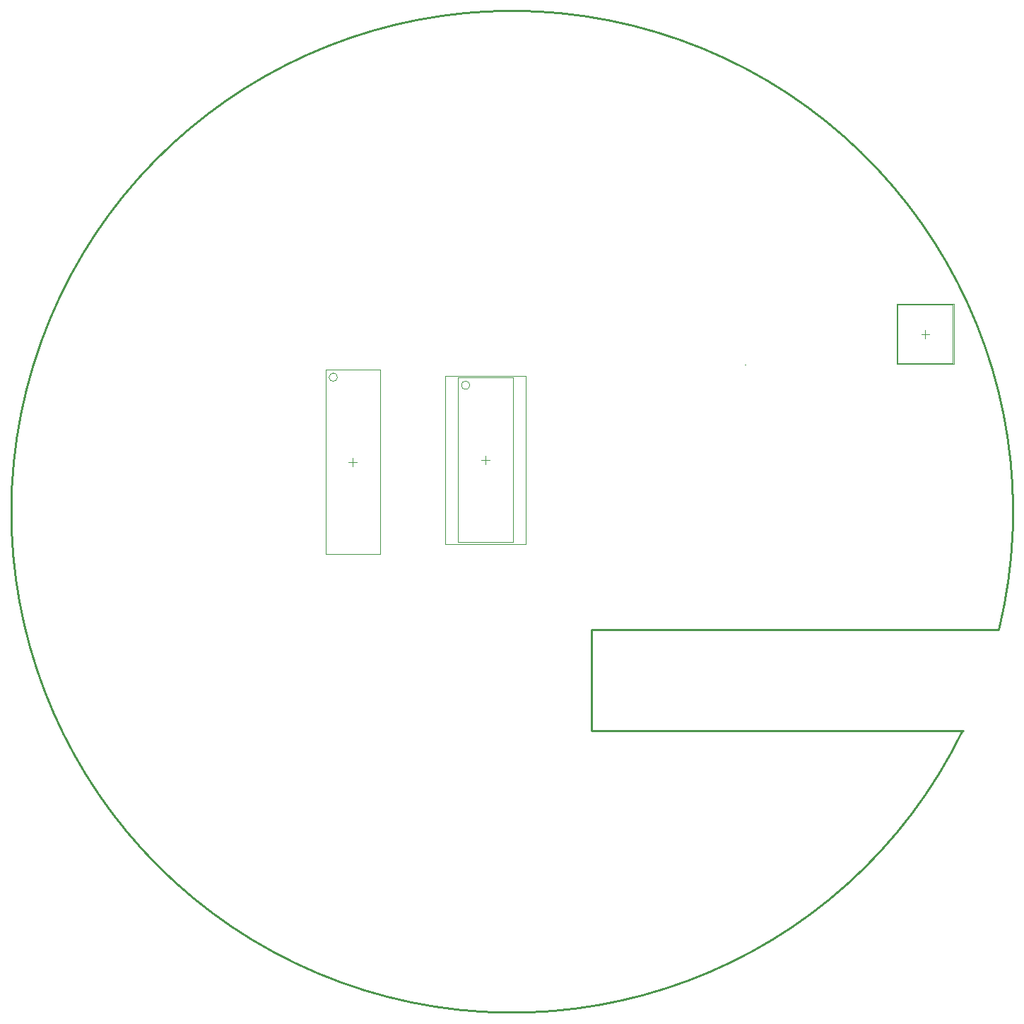
<source format=gtp>
G04*
G04 #@! TF.GenerationSoftware,Altium Limited,CircuitMaker,2.2.1 (6)*
G04*
G04 Layer_Color=7318015*
%FSLAX44Y44*%
%MOMM*%
G71*
G04*
G04 #@! TF.SameCoordinates,C6CF6D27-CB2A-4CAF-B18B-BA4932DD29FA*
G04*
G04*
G04 #@! TF.FilePolarity,Positive*
G04*
G01*
G75*
%ADD10C,0.2540*%
%ADD12C,0.0500*%
%ADD18C,0.1000*%
D10*
X1183186Y458955D02*
G03*
X1139604Y337651I-583186J141045D01*
G01*
X695000Y459000D02*
X1183000D01*
X695000Y338000D02*
Y459000D01*
Y338000D02*
X1140000D01*
D12*
X519600Y561100D02*
X616600D01*
X519600Y763100D02*
X616600D01*
Y561100D02*
Y763100D01*
X519600Y561100D02*
Y763100D01*
X1061000Y777050D02*
X1129000D01*
X1061000Y848950D02*
X1129000D01*
Y777050D02*
Y848950D01*
X1061000Y777050D02*
Y848950D01*
D18*
X390600Y761200D02*
G03*
X390600Y761200I-5000J0D01*
G01*
X549100Y751600D02*
G03*
X549100Y751600I-5000J0D01*
G01*
X376600Y549200D02*
Y770200D01*
X441600Y549200D02*
Y770200D01*
X376600D02*
X441600D01*
X376600Y549200D02*
X441600D01*
X535100Y563600D02*
X601100D01*
X535100Y760600D02*
X601100D01*
Y563600D02*
Y760600D01*
X535100Y563600D02*
Y760600D01*
X1062000Y778050D02*
Y847950D01*
X1128000Y778050D02*
Y847950D01*
X1062000D02*
X1128000D01*
X1062000Y778050D02*
X1128000D01*
X878998Y776581D02*
X879261D01*
X404100Y659700D02*
X414100D01*
X409100Y654700D02*
Y664700D01*
X568100Y657100D02*
Y667100D01*
X563100Y662100D02*
X573100D01*
X1090000Y813000D02*
X1100000D01*
X1095000Y808000D02*
Y818000D01*
M02*

</source>
